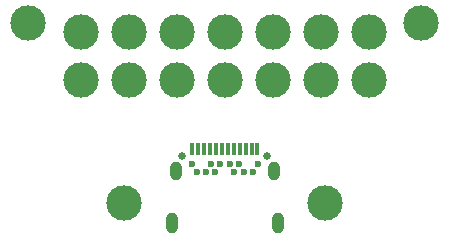
<source format=gbr>
%TF.GenerationSoftware,KiCad,Pcbnew,7.0.5*%
%TF.CreationDate,2024-03-09T10:44:32-05:00*%
%TF.ProjectId,female_connector,66656d61-6c65-45f6-936f-6e6e6563746f,rev?*%
%TF.SameCoordinates,Original*%
%TF.FileFunction,Soldermask,Top*%
%TF.FilePolarity,Negative*%
%FSLAX46Y46*%
G04 Gerber Fmt 4.6, Leading zero omitted, Abs format (unit mm)*
G04 Created by KiCad (PCBNEW 7.0.5) date 2024-03-09 10:44:32*
%MOMM*%
%LPD*%
G01*
G04 APERTURE LIST*
%ADD10C,0.650000*%
%ADD11O,1.000000X1.600000*%
%ADD12O,1.000000X1.800000*%
%ADD13R,0.300000X1.000000*%
%ADD14C,0.600000*%
%ADD15C,3.000000*%
G04 APERTURE END LIST*
D10*
%TO.C,J2*%
X-3600000Y-4370000D03*
X3595000Y-4335000D03*
D11*
X-4125000Y-5620000D03*
D12*
X-4485000Y-10010000D03*
X4485000Y-10010000D03*
D11*
X4125000Y-5620000D03*
D13*
X-2750000Y-3810000D03*
X-2250000Y-3810000D03*
X-1750000Y-3810000D03*
X-1250000Y-3810000D03*
X-750000Y-3810000D03*
X-250000Y-3810000D03*
X250000Y-3810000D03*
X750000Y-3810000D03*
X1250000Y-3810000D03*
X1750000Y-3810000D03*
X2250000Y-3810000D03*
X2750000Y-3810000D03*
D14*
X2800000Y-5020000D03*
X2400000Y-5720000D03*
X1600000Y-5720000D03*
X1200000Y-5020000D03*
X800000Y-5720000D03*
X400000Y-5020000D03*
X-400000Y-5020000D03*
X-800000Y-5720000D03*
X-1200000Y-5020000D03*
X-1600000Y-5720000D03*
X-2400000Y-5720000D03*
X-2800000Y-5020000D03*
%TD*%
D15*
%TO.C,H1*%
X-16637000Y6858000D03*
%TD*%
%TO.C,H4*%
X8509000Y-8382000D03*
%TD*%
%TO.C,H3*%
X-8509000Y-8382000D03*
%TD*%
%TO.C,H2*%
X16637000Y6858000D03*
%TD*%
%TO.C,J1*%
X-12192000Y6096000D03*
X-8128000Y6096000D03*
X-4064000Y6096000D03*
X0Y6096000D03*
X4064000Y6096000D03*
X8128000Y6096000D03*
X12192000Y6096000D03*
X-12192000Y2032000D03*
X-8128000Y2032000D03*
X-4064000Y2032000D03*
X0Y2032000D03*
X4064000Y2032000D03*
X8128000Y2032000D03*
X12192000Y2032000D03*
%TD*%
M02*

</source>
